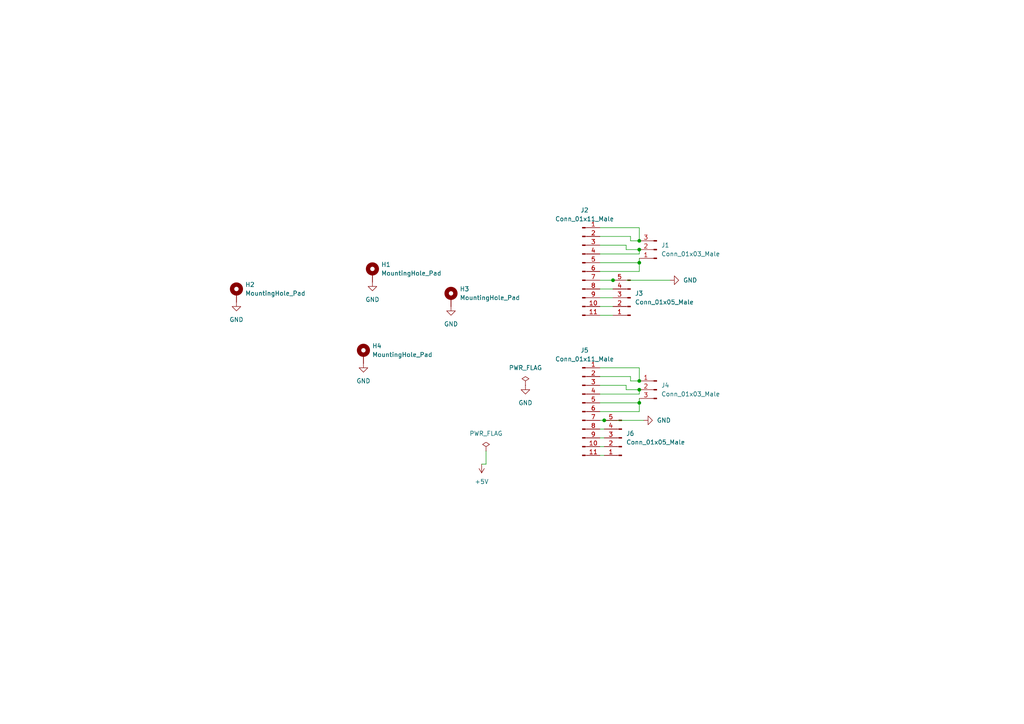
<source format=kicad_sch>
(kicad_sch (version 20211123) (generator eeschema)

  (uuid 638fc3ca-221f-4fe6-938c-659296377b89)

  (paper "A4")

  (lib_symbols
    (symbol "Connector:Conn_01x03_Male" (pin_names (offset 1.016) hide) (in_bom yes) (on_board yes)
      (property "Reference" "J" (id 0) (at 0 5.08 0)
        (effects (font (size 1.27 1.27)))
      )
      (property "Value" "Conn_01x03_Male" (id 1) (at 0 -5.08 0)
        (effects (font (size 1.27 1.27)))
      )
      (property "Footprint" "" (id 2) (at 0 0 0)
        (effects (font (size 1.27 1.27)) hide)
      )
      (property "Datasheet" "~" (id 3) (at 0 0 0)
        (effects (font (size 1.27 1.27)) hide)
      )
      (property "ki_keywords" "connector" (id 4) (at 0 0 0)
        (effects (font (size 1.27 1.27)) hide)
      )
      (property "ki_description" "Generic connector, single row, 01x03, script generated (kicad-library-utils/schlib/autogen/connector/)" (id 5) (at 0 0 0)
        (effects (font (size 1.27 1.27)) hide)
      )
      (property "ki_fp_filters" "Connector*:*_1x??_*" (id 6) (at 0 0 0)
        (effects (font (size 1.27 1.27)) hide)
      )
      (symbol "Conn_01x03_Male_1_1"
        (polyline
          (pts
            (xy 1.27 -2.54)
            (xy 0.8636 -2.54)
          )
          (stroke (width 0.1524) (type default) (color 0 0 0 0))
          (fill (type none))
        )
        (polyline
          (pts
            (xy 1.27 0)
            (xy 0.8636 0)
          )
          (stroke (width 0.1524) (type default) (color 0 0 0 0))
          (fill (type none))
        )
        (polyline
          (pts
            (xy 1.27 2.54)
            (xy 0.8636 2.54)
          )
          (stroke (width 0.1524) (type default) (color 0 0 0 0))
          (fill (type none))
        )
        (rectangle (start 0.8636 -2.413) (end 0 -2.667)
          (stroke (width 0.1524) (type default) (color 0 0 0 0))
          (fill (type outline))
        )
        (rectangle (start 0.8636 0.127) (end 0 -0.127)
          (stroke (width 0.1524) (type default) (color 0 0 0 0))
          (fill (type outline))
        )
        (rectangle (start 0.8636 2.667) (end 0 2.413)
          (stroke (width 0.1524) (type default) (color 0 0 0 0))
          (fill (type outline))
        )
        (pin passive line (at 5.08 2.54 180) (length 3.81)
          (name "Pin_1" (effects (font (size 1.27 1.27))))
          (number "1" (effects (font (size 1.27 1.27))))
        )
        (pin passive line (at 5.08 0 180) (length 3.81)
          (name "Pin_2" (effects (font (size 1.27 1.27))))
          (number "2" (effects (font (size 1.27 1.27))))
        )
        (pin passive line (at 5.08 -2.54 180) (length 3.81)
          (name "Pin_3" (effects (font (size 1.27 1.27))))
          (number "3" (effects (font (size 1.27 1.27))))
        )
      )
    )
    (symbol "Connector:Conn_01x05_Male" (pin_names (offset 1.016) hide) (in_bom yes) (on_board yes)
      (property "Reference" "J" (id 0) (at 0 7.62 0)
        (effects (font (size 1.27 1.27)))
      )
      (property "Value" "Conn_01x05_Male" (id 1) (at 0 -7.62 0)
        (effects (font (size 1.27 1.27)))
      )
      (property "Footprint" "" (id 2) (at 0 0 0)
        (effects (font (size 1.27 1.27)) hide)
      )
      (property "Datasheet" "~" (id 3) (at 0 0 0)
        (effects (font (size 1.27 1.27)) hide)
      )
      (property "ki_keywords" "connector" (id 4) (at 0 0 0)
        (effects (font (size 1.27 1.27)) hide)
      )
      (property "ki_description" "Generic connector, single row, 01x05, script generated (kicad-library-utils/schlib/autogen/connector/)" (id 5) (at 0 0 0)
        (effects (font (size 1.27 1.27)) hide)
      )
      (property "ki_fp_filters" "Connector*:*_1x??_*" (id 6) (at 0 0 0)
        (effects (font (size 1.27 1.27)) hide)
      )
      (symbol "Conn_01x05_Male_1_1"
        (polyline
          (pts
            (xy 1.27 -5.08)
            (xy 0.8636 -5.08)
          )
          (stroke (width 0.1524) (type default) (color 0 0 0 0))
          (fill (type none))
        )
        (polyline
          (pts
            (xy 1.27 -2.54)
            (xy 0.8636 -2.54)
          )
          (stroke (width 0.1524) (type default) (color 0 0 0 0))
          (fill (type none))
        )
        (polyline
          (pts
            (xy 1.27 0)
            (xy 0.8636 0)
          )
          (stroke (width 0.1524) (type default) (color 0 0 0 0))
          (fill (type none))
        )
        (polyline
          (pts
            (xy 1.27 2.54)
            (xy 0.8636 2.54)
          )
          (stroke (width 0.1524) (type default) (color 0 0 0 0))
          (fill (type none))
        )
        (polyline
          (pts
            (xy 1.27 5.08)
            (xy 0.8636 5.08)
          )
          (stroke (width 0.1524) (type default) (color 0 0 0 0))
          (fill (type none))
        )
        (rectangle (start 0.8636 -4.953) (end 0 -5.207)
          (stroke (width 0.1524) (type default) (color 0 0 0 0))
          (fill (type outline))
        )
        (rectangle (start 0.8636 -2.413) (end 0 -2.667)
          (stroke (width 0.1524) (type default) (color 0 0 0 0))
          (fill (type outline))
        )
        (rectangle (start 0.8636 0.127) (end 0 -0.127)
          (stroke (width 0.1524) (type default) (color 0 0 0 0))
          (fill (type outline))
        )
        (rectangle (start 0.8636 2.667) (end 0 2.413)
          (stroke (width 0.1524) (type default) (color 0 0 0 0))
          (fill (type outline))
        )
        (rectangle (start 0.8636 5.207) (end 0 4.953)
          (stroke (width 0.1524) (type default) (color 0 0 0 0))
          (fill (type outline))
        )
        (pin passive line (at 5.08 5.08 180) (length 3.81)
          (name "Pin_1" (effects (font (size 1.27 1.27))))
          (number "1" (effects (font (size 1.27 1.27))))
        )
        (pin passive line (at 5.08 2.54 180) (length 3.81)
          (name "Pin_2" (effects (font (size 1.27 1.27))))
          (number "2" (effects (font (size 1.27 1.27))))
        )
        (pin passive line (at 5.08 0 180) (length 3.81)
          (name "Pin_3" (effects (font (size 1.27 1.27))))
          (number "3" (effects (font (size 1.27 1.27))))
        )
        (pin passive line (at 5.08 -2.54 180) (length 3.81)
          (name "Pin_4" (effects (font (size 1.27 1.27))))
          (number "4" (effects (font (size 1.27 1.27))))
        )
        (pin passive line (at 5.08 -5.08 180) (length 3.81)
          (name "Pin_5" (effects (font (size 1.27 1.27))))
          (number "5" (effects (font (size 1.27 1.27))))
        )
      )
    )
    (symbol "Connector:Conn_01x11_Male" (pin_names (offset 1.016) hide) (in_bom yes) (on_board yes)
      (property "Reference" "J" (id 0) (at 0 15.24 0)
        (effects (font (size 1.27 1.27)))
      )
      (property "Value" "Conn_01x11_Male" (id 1) (at 0 -15.24 0)
        (effects (font (size 1.27 1.27)))
      )
      (property "Footprint" "" (id 2) (at 0 0 0)
        (effects (font (size 1.27 1.27)) hide)
      )
      (property "Datasheet" "~" (id 3) (at 0 0 0)
        (effects (font (size 1.27 1.27)) hide)
      )
      (property "ki_keywords" "connector" (id 4) (at 0 0 0)
        (effects (font (size 1.27 1.27)) hide)
      )
      (property "ki_description" "Generic connector, single row, 01x11, script generated (kicad-library-utils/schlib/autogen/connector/)" (id 5) (at 0 0 0)
        (effects (font (size 1.27 1.27)) hide)
      )
      (property "ki_fp_filters" "Connector*:*_1x??_*" (id 6) (at 0 0 0)
        (effects (font (size 1.27 1.27)) hide)
      )
      (symbol "Conn_01x11_Male_1_1"
        (polyline
          (pts
            (xy 1.27 -12.7)
            (xy 0.8636 -12.7)
          )
          (stroke (width 0.1524) (type default) (color 0 0 0 0))
          (fill (type none))
        )
        (polyline
          (pts
            (xy 1.27 -10.16)
            (xy 0.8636 -10.16)
          )
          (stroke (width 0.1524) (type default) (color 0 0 0 0))
          (fill (type none))
        )
        (polyline
          (pts
            (xy 1.27 -7.62)
            (xy 0.8636 -7.62)
          )
          (stroke (width 0.1524) (type default) (color 0 0 0 0))
          (fill (type none))
        )
        (polyline
          (pts
            (xy 1.27 -5.08)
            (xy 0.8636 -5.08)
          )
          (stroke (width 0.1524) (type default) (color 0 0 0 0))
          (fill (type none))
        )
        (polyline
          (pts
            (xy 1.27 -2.54)
            (xy 0.8636 -2.54)
          )
          (stroke (width 0.1524) (type default) (color 0 0 0 0))
          (fill (type none))
        )
        (polyline
          (pts
            (xy 1.27 0)
            (xy 0.8636 0)
          )
          (stroke (width 0.1524) (type default) (color 0 0 0 0))
          (fill (type none))
        )
        (polyline
          (pts
            (xy 1.27 2.54)
            (xy 0.8636 2.54)
          )
          (stroke (width 0.1524) (type default) (color 0 0 0 0))
          (fill (type none))
        )
        (polyline
          (pts
            (xy 1.27 5.08)
            (xy 0.8636 5.08)
          )
          (stroke (width 0.1524) (type default) (color 0 0 0 0))
          (fill (type none))
        )
        (polyline
          (pts
            (xy 1.27 7.62)
            (xy 0.8636 7.62)
          )
          (stroke (width 0.1524) (type default) (color 0 0 0 0))
          (fill (type none))
        )
        (polyline
          (pts
            (xy 1.27 10.16)
            (xy 0.8636 10.16)
          )
          (stroke (width 0.1524) (type default) (color 0 0 0 0))
          (fill (type none))
        )
        (polyline
          (pts
            (xy 1.27 12.7)
            (xy 0.8636 12.7)
          )
          (stroke (width 0.1524) (type default) (color 0 0 0 0))
          (fill (type none))
        )
        (rectangle (start 0.8636 -12.573) (end 0 -12.827)
          (stroke (width 0.1524) (type default) (color 0 0 0 0))
          (fill (type outline))
        )
        (rectangle (start 0.8636 -10.033) (end 0 -10.287)
          (stroke (width 0.1524) (type default) (color 0 0 0 0))
          (fill (type outline))
        )
        (rectangle (start 0.8636 -7.493) (end 0 -7.747)
          (stroke (width 0.1524) (type default) (color 0 0 0 0))
          (fill (type outline))
        )
        (rectangle (start 0.8636 -4.953) (end 0 -5.207)
          (stroke (width 0.1524) (type default) (color 0 0 0 0))
          (fill (type outline))
        )
        (rectangle (start 0.8636 -2.413) (end 0 -2.667)
          (stroke (width 0.1524) (type default) (color 0 0 0 0))
          (fill (type outline))
        )
        (rectangle (start 0.8636 0.127) (end 0 -0.127)
          (stroke (width 0.1524) (type default) (color 0 0 0 0))
          (fill (type outline))
        )
        (rectangle (start 0.8636 2.667) (end 0 2.413)
          (stroke (width 0.1524) (type default) (color 0 0 0 0))
          (fill (type outline))
        )
        (rectangle (start 0.8636 5.207) (end 0 4.953)
          (stroke (width 0.1524) (type default) (color 0 0 0 0))
          (fill (type outline))
        )
        (rectangle (start 0.8636 7.747) (end 0 7.493)
          (stroke (width 0.1524) (type default) (color 0 0 0 0))
          (fill (type outline))
        )
        (rectangle (start 0.8636 10.287) (end 0 10.033)
          (stroke (width 0.1524) (type default) (color 0 0 0 0))
          (fill (type outline))
        )
        (rectangle (start 0.8636 12.827) (end 0 12.573)
          (stroke (width 0.1524) (type default) (color 0 0 0 0))
          (fill (type outline))
        )
        (pin passive line (at 5.08 12.7 180) (length 3.81)
          (name "Pin_1" (effects (font (size 1.27 1.27))))
          (number "1" (effects (font (size 1.27 1.27))))
        )
        (pin passive line (at 5.08 -10.16 180) (length 3.81)
          (name "Pin_10" (effects (font (size 1.27 1.27))))
          (number "10" (effects (font (size 1.27 1.27))))
        )
        (pin passive line (at 5.08 -12.7 180) (length 3.81)
          (name "Pin_11" (effects (font (size 1.27 1.27))))
          (number "11" (effects (font (size 1.27 1.27))))
        )
        (pin passive line (at 5.08 10.16 180) (length 3.81)
          (name "Pin_2" (effects (font (size 1.27 1.27))))
          (number "2" (effects (font (size 1.27 1.27))))
        )
        (pin passive line (at 5.08 7.62 180) (length 3.81)
          (name "Pin_3" (effects (font (size 1.27 1.27))))
          (number "3" (effects (font (size 1.27 1.27))))
        )
        (pin passive line (at 5.08 5.08 180) (length 3.81)
          (name "Pin_4" (effects (font (size 1.27 1.27))))
          (number "4" (effects (font (size 1.27 1.27))))
        )
        (pin passive line (at 5.08 2.54 180) (length 3.81)
          (name "Pin_5" (effects (font (size 1.27 1.27))))
          (number "5" (effects (font (size 1.27 1.27))))
        )
        (pin passive line (at 5.08 0 180) (length 3.81)
          (name "Pin_6" (effects (font (size 1.27 1.27))))
          (number "6" (effects (font (size 1.27 1.27))))
        )
        (pin passive line (at 5.08 -2.54 180) (length 3.81)
          (name "Pin_7" (effects (font (size 1.27 1.27))))
          (number "7" (effects (font (size 1.27 1.27))))
        )
        (pin passive line (at 5.08 -5.08 180) (length 3.81)
          (name "Pin_8" (effects (font (size 1.27 1.27))))
          (number "8" (effects (font (size 1.27 1.27))))
        )
        (pin passive line (at 5.08 -7.62 180) (length 3.81)
          (name "Pin_9" (effects (font (size 1.27 1.27))))
          (number "9" (effects (font (size 1.27 1.27))))
        )
      )
    )
    (symbol "Mechanical:MountingHole_Pad" (pin_numbers hide) (pin_names (offset 1.016) hide) (in_bom yes) (on_board yes)
      (property "Reference" "H" (id 0) (at 0 6.35 0)
        (effects (font (size 1.27 1.27)))
      )
      (property "Value" "MountingHole_Pad" (id 1) (at 0 4.445 0)
        (effects (font (size 1.27 1.27)))
      )
      (property "Footprint" "" (id 2) (at 0 0 0)
        (effects (font (size 1.27 1.27)) hide)
      )
      (property "Datasheet" "~" (id 3) (at 0 0 0)
        (effects (font (size 1.27 1.27)) hide)
      )
      (property "ki_keywords" "mounting hole" (id 4) (at 0 0 0)
        (effects (font (size 1.27 1.27)) hide)
      )
      (property "ki_description" "Mounting Hole with connection" (id 5) (at 0 0 0)
        (effects (font (size 1.27 1.27)) hide)
      )
      (property "ki_fp_filters" "MountingHole*Pad*" (id 6) (at 0 0 0)
        (effects (font (size 1.27 1.27)) hide)
      )
      (symbol "MountingHole_Pad_0_1"
        (circle (center 0 1.27) (radius 1.27)
          (stroke (width 1.27) (type default) (color 0 0 0 0))
          (fill (type none))
        )
      )
      (symbol "MountingHole_Pad_1_1"
        (pin input line (at 0 -2.54 90) (length 2.54)
          (name "1" (effects (font (size 1.27 1.27))))
          (number "1" (effects (font (size 1.27 1.27))))
        )
      )
    )
    (symbol "power:+5V" (power) (pin_names (offset 0)) (in_bom yes) (on_board yes)
      (property "Reference" "#PWR" (id 0) (at 0 -3.81 0)
        (effects (font (size 1.27 1.27)) hide)
      )
      (property "Value" "+5V" (id 1) (at 0 3.556 0)
        (effects (font (size 1.27 1.27)))
      )
      (property "Footprint" "" (id 2) (at 0 0 0)
        (effects (font (size 1.27 1.27)) hide)
      )
      (property "Datasheet" "" (id 3) (at 0 0 0)
        (effects (font (size 1.27 1.27)) hide)
      )
      (property "ki_keywords" "power-flag" (id 4) (at 0 0 0)
        (effects (font (size 1.27 1.27)) hide)
      )
      (property "ki_description" "Power symbol creates a global label with name \"+5V\"" (id 5) (at 0 0 0)
        (effects (font (size 1.27 1.27)) hide)
      )
      (symbol "+5V_0_1"
        (polyline
          (pts
            (xy -0.762 1.27)
            (xy 0 2.54)
          )
          (stroke (width 0) (type default) (color 0 0 0 0))
          (fill (type none))
        )
        (polyline
          (pts
            (xy 0 0)
            (xy 0 2.54)
          )
          (stroke (width 0) (type default) (color 0 0 0 0))
          (fill (type none))
        )
        (polyline
          (pts
            (xy 0 2.54)
            (xy 0.762 1.27)
          )
          (stroke (width 0) (type default) (color 0 0 0 0))
          (fill (type none))
        )
      )
      (symbol "+5V_1_1"
        (pin power_in line (at 0 0 90) (length 0) hide
          (name "+5V" (effects (font (size 1.27 1.27))))
          (number "1" (effects (font (size 1.27 1.27))))
        )
      )
    )
    (symbol "power:GND" (power) (pin_names (offset 0)) (in_bom yes) (on_board yes)
      (property "Reference" "#PWR" (id 0) (at 0 -6.35 0)
        (effects (font (size 1.27 1.27)) hide)
      )
      (property "Value" "GND" (id 1) (at 0 -3.81 0)
        (effects (font (size 1.27 1.27)))
      )
      (property "Footprint" "" (id 2) (at 0 0 0)
        (effects (font (size 1.27 1.27)) hide)
      )
      (property "Datasheet" "" (id 3) (at 0 0 0)
        (effects (font (size 1.27 1.27)) hide)
      )
      (property "ki_keywords" "power-flag" (id 4) (at 0 0 0)
        (effects (font (size 1.27 1.27)) hide)
      )
      (property "ki_description" "Power symbol creates a global label with name \"GND\" , ground" (id 5) (at 0 0 0)
        (effects (font (size 1.27 1.27)) hide)
      )
      (symbol "GND_0_1"
        (polyline
          (pts
            (xy 0 0)
            (xy 0 -1.27)
            (xy 1.27 -1.27)
            (xy 0 -2.54)
            (xy -1.27 -1.27)
            (xy 0 -1.27)
          )
          (stroke (width 0) (type default) (color 0 0 0 0))
          (fill (type none))
        )
      )
      (symbol "GND_1_1"
        (pin power_in line (at 0 0 270) (length 0) hide
          (name "GND" (effects (font (size 1.27 1.27))))
          (number "1" (effects (font (size 1.27 1.27))))
        )
      )
    )
    (symbol "power:PWR_FLAG" (power) (pin_numbers hide) (pin_names (offset 0) hide) (in_bom yes) (on_board yes)
      (property "Reference" "#FLG" (id 0) (at 0 1.905 0)
        (effects (font (size 1.27 1.27)) hide)
      )
      (property "Value" "PWR_FLAG" (id 1) (at 0 3.81 0)
        (effects (font (size 1.27 1.27)))
      )
      (property "Footprint" "" (id 2) (at 0 0 0)
        (effects (font (size 1.27 1.27)) hide)
      )
      (property "Datasheet" "~" (id 3) (at 0 0 0)
        (effects (font (size 1.27 1.27)) hide)
      )
      (property "ki_keywords" "power-flag" (id 4) (at 0 0 0)
        (effects (font (size 1.27 1.27)) hide)
      )
      (property "ki_description" "Special symbol for telling ERC where power comes from" (id 5) (at 0 0 0)
        (effects (font (size 1.27 1.27)) hide)
      )
      (symbol "PWR_FLAG_0_0"
        (pin power_out line (at 0 0 90) (length 0)
          (name "pwr" (effects (font (size 1.27 1.27))))
          (number "1" (effects (font (size 1.27 1.27))))
        )
      )
      (symbol "PWR_FLAG_0_1"
        (polyline
          (pts
            (xy 0 0)
            (xy 0 1.27)
            (xy -1.016 1.905)
            (xy 0 2.54)
            (xy 1.016 1.905)
            (xy 0 1.27)
          )
          (stroke (width 0) (type default) (color 0 0 0 0))
          (fill (type none))
        )
      )
    )
  )

  (junction (at 185.42 116.84) (diameter 0) (color 0 0 0 0)
    (uuid 058a0552-7c92-44a7-9f4c-91c690ba9a67)
  )
  (junction (at 185.42 113.03) (diameter 0) (color 0 0 0 0)
    (uuid 2cb0b4d0-b07c-4579-9434-7c4545dd4c32)
  )
  (junction (at 175.26 121.92) (diameter 0) (color 0 0 0 0)
    (uuid 32b7f6f7-61c5-4d35-aab9-df43efa0255d)
  )
  (junction (at 185.42 72.39) (diameter 0) (color 0 0 0 0)
    (uuid 7c47fb8a-5b59-46e4-b3f9-b3b3d972b3c9)
  )
  (junction (at 177.8 81.28) (diameter 0) (color 0 0 0 0)
    (uuid b0782c52-4c30-434d-a3b0-b19a5a76f7a6)
  )
  (junction (at 185.42 69.85) (diameter 0) (color 0 0 0 0)
    (uuid b0b275f3-2272-4f1c-b09b-70e0cedf3ef1)
  )
  (junction (at 185.42 110.49) (diameter 0) (color 0 0 0 0)
    (uuid d474488b-b928-47d5-aa1f-81304c53b364)
  )
  (junction (at 185.42 76.2) (diameter 0) (color 0 0 0 0)
    (uuid e46e03e1-9447-4e38-accd-f0ee3b8d1e26)
  )

  (wire (pts (xy 140.97 134.62) (xy 139.7 134.62))
    (stroke (width 0) (type default) (color 0 0 0 0))
    (uuid 0285415c-a3a0-4e43-ac89-9f8390d1689f)
  )
  (wire (pts (xy 185.42 116.84) (xy 185.42 115.57))
    (stroke (width 0) (type default) (color 0 0 0 0))
    (uuid 0682b1e7-701f-4c59-94ab-6dc42b6a869a)
  )
  (wire (pts (xy 181.61 72.39) (xy 185.42 72.39))
    (stroke (width 0) (type default) (color 0 0 0 0))
    (uuid 22ba4481-276b-450d-b69e-8e60cfa3579e)
  )
  (wire (pts (xy 173.99 119.38) (xy 185.42 119.38))
    (stroke (width 0) (type default) (color 0 0 0 0))
    (uuid 240df932-1a4a-404c-9e21-a868f0a22dc4)
  )
  (wire (pts (xy 175.26 132.08) (xy 173.99 132.08))
    (stroke (width 0) (type default) (color 0 0 0 0))
    (uuid 26222dfa-96ac-4030-9334-b5ca5779b33c)
  )
  (wire (pts (xy 175.26 129.54) (xy 173.99 129.54))
    (stroke (width 0) (type default) (color 0 0 0 0))
    (uuid 26f066d0-1191-4998-a9fd-9d382a89338f)
  )
  (wire (pts (xy 173.99 68.58) (xy 182.88 68.58))
    (stroke (width 0) (type default) (color 0 0 0 0))
    (uuid 27f57ee7-aae4-4864-9b98-925fb4753905)
  )
  (wire (pts (xy 177.8 88.9) (xy 173.99 88.9))
    (stroke (width 0) (type default) (color 0 0 0 0))
    (uuid 2d15b6a9-0844-49d3-a828-1630ed8f2a51)
  )
  (wire (pts (xy 185.42 106.68) (xy 185.42 110.49))
    (stroke (width 0) (type default) (color 0 0 0 0))
    (uuid 2e1394a3-4046-4039-9cb5-36597616a514)
  )
  (wire (pts (xy 185.42 78.74) (xy 185.42 76.2))
    (stroke (width 0) (type default) (color 0 0 0 0))
    (uuid 3e049860-da06-4148-b49a-d1a7cfd6fc64)
  )
  (wire (pts (xy 181.61 111.76) (xy 181.61 113.03))
    (stroke (width 0) (type default) (color 0 0 0 0))
    (uuid 4471875b-2000-48b8-b20c-a26cc31c4f07)
  )
  (wire (pts (xy 173.99 71.12) (xy 181.61 71.12))
    (stroke (width 0) (type default) (color 0 0 0 0))
    (uuid 47495461-6c4d-4caf-8de5-bd44d79dc8dc)
  )
  (wire (pts (xy 185.42 72.39) (xy 185.42 73.66))
    (stroke (width 0) (type default) (color 0 0 0 0))
    (uuid 5233ee5f-f5c3-473c-acd8-076618e3c80b)
  )
  (wire (pts (xy 173.99 78.74) (xy 185.42 78.74))
    (stroke (width 0) (type default) (color 0 0 0 0))
    (uuid 54a8f62a-6f13-4804-b95f-a5c1393170f6)
  )
  (wire (pts (xy 177.8 86.36) (xy 173.99 86.36))
    (stroke (width 0) (type default) (color 0 0 0 0))
    (uuid 5511d58c-d0b6-4c47-a302-8528a7259722)
  )
  (wire (pts (xy 173.99 91.44) (xy 177.8 91.44))
    (stroke (width 0) (type default) (color 0 0 0 0))
    (uuid 58156091-7ed3-4c42-a891-b3ed5551eb73)
  )
  (wire (pts (xy 185.42 113.03) (xy 185.42 114.3))
    (stroke (width 0) (type default) (color 0 0 0 0))
    (uuid 61def5e1-abf0-49c3-93d9-aa6d33761b75)
  )
  (wire (pts (xy 173.99 66.04) (xy 185.42 66.04))
    (stroke (width 0) (type default) (color 0 0 0 0))
    (uuid 61e73e01-a55c-45f9-9628-8b68a56240e3)
  )
  (wire (pts (xy 177.8 83.82) (xy 173.99 83.82))
    (stroke (width 0) (type default) (color 0 0 0 0))
    (uuid 6f83ba81-4753-4003-955f-b70400e734f0)
  )
  (wire (pts (xy 185.42 66.04) (xy 185.42 69.85))
    (stroke (width 0) (type default) (color 0 0 0 0))
    (uuid 73662542-463b-4300-9c45-fc4b9741bc9d)
  )
  (wire (pts (xy 175.26 124.46) (xy 173.99 124.46))
    (stroke (width 0) (type default) (color 0 0 0 0))
    (uuid 79d64a8f-2a16-485e-aad4-70497f257dbe)
  )
  (wire (pts (xy 175.26 127) (xy 173.99 127))
    (stroke (width 0) (type default) (color 0 0 0 0))
    (uuid 83d5dffa-c34f-472c-99b8-dee27525d671)
  )
  (wire (pts (xy 173.99 81.28) (xy 177.8 81.28))
    (stroke (width 0) (type default) (color 0 0 0 0))
    (uuid 88fdad61-6501-4561-9b98-cf454d340074)
  )
  (wire (pts (xy 173.99 121.92) (xy 175.26 121.92))
    (stroke (width 0) (type default) (color 0 0 0 0))
    (uuid 8b3e8257-3964-40a9-b1d5-127015a17482)
  )
  (wire (pts (xy 173.99 111.76) (xy 181.61 111.76))
    (stroke (width 0) (type default) (color 0 0 0 0))
    (uuid 8c2334b9-3bae-4348-81dd-f61de7909d23)
  )
  (wire (pts (xy 181.61 71.12) (xy 181.61 72.39))
    (stroke (width 0) (type default) (color 0 0 0 0))
    (uuid 90a58ac4-3a30-450c-8e97-7a319c8c565d)
  )
  (wire (pts (xy 173.99 76.2) (xy 185.42 76.2))
    (stroke (width 0) (type default) (color 0 0 0 0))
    (uuid 940e48e6-dcaf-4e60-8df0-e3a0c58dd5aa)
  )
  (wire (pts (xy 185.42 119.38) (xy 185.42 116.84))
    (stroke (width 0) (type default) (color 0 0 0 0))
    (uuid 9e1747fd-cd9c-4ab0-b369-0f65375deba8)
  )
  (wire (pts (xy 185.42 76.2) (xy 185.42 74.93))
    (stroke (width 0) (type default) (color 0 0 0 0))
    (uuid a63c9bd0-5e7d-44b1-bd0d-40c2b8eadbea)
  )
  (wire (pts (xy 173.99 73.66) (xy 185.42 73.66))
    (stroke (width 0) (type default) (color 0 0 0 0))
    (uuid a702ae7f-ce72-4738-8958-81e6aa2642ee)
  )
  (wire (pts (xy 182.88 109.22) (xy 182.88 110.49))
    (stroke (width 0) (type default) (color 0 0 0 0))
    (uuid a7e8e254-276e-4310-931b-d1ab7c1b5a11)
  )
  (wire (pts (xy 173.99 109.22) (xy 182.88 109.22))
    (stroke (width 0) (type default) (color 0 0 0 0))
    (uuid a9654b96-2ca3-4234-8c55-115199575db2)
  )
  (wire (pts (xy 173.99 116.84) (xy 185.42 116.84))
    (stroke (width 0) (type default) (color 0 0 0 0))
    (uuid b00c3585-7955-4e53-8a51-585d32dd0b45)
  )
  (wire (pts (xy 182.88 68.58) (xy 182.88 69.85))
    (stroke (width 0) (type default) (color 0 0 0 0))
    (uuid b688830f-e518-4454-b611-3b6b90812b2d)
  )
  (wire (pts (xy 173.99 106.68) (xy 185.42 106.68))
    (stroke (width 0) (type default) (color 0 0 0 0))
    (uuid b7a110ec-f16a-445f-9e66-1c84a864344a)
  )
  (wire (pts (xy 182.88 110.49) (xy 185.42 110.49))
    (stroke (width 0) (type default) (color 0 0 0 0))
    (uuid c9f8eb13-e3c1-4c73-8b0b-d71e2e5ea62b)
  )
  (wire (pts (xy 177.8 81.28) (xy 194.31 81.28))
    (stroke (width 0) (type default) (color 0 0 0 0))
    (uuid cb4e7b8f-0229-4663-ab67-ee376e8a0af0)
  )
  (wire (pts (xy 140.97 130.81) (xy 140.97 134.62))
    (stroke (width 0) (type default) (color 0 0 0 0))
    (uuid cfc4eae1-a657-448b-b8cd-aa844bb120fe)
  )
  (wire (pts (xy 173.99 114.3) (xy 185.42 114.3))
    (stroke (width 0) (type default) (color 0 0 0 0))
    (uuid d0a642e7-23d9-4607-b378-a9641c57f8c5)
  )
  (wire (pts (xy 182.88 69.85) (xy 185.42 69.85))
    (stroke (width 0) (type default) (color 0 0 0 0))
    (uuid d4254a22-ad5a-415e-a089-4787e93a7ce9)
  )
  (wire (pts (xy 175.26 121.92) (xy 186.69 121.92))
    (stroke (width 0) (type default) (color 0 0 0 0))
    (uuid ebc33738-7cc8-4911-ae30-62d154e5deaf)
  )
  (wire (pts (xy 181.61 113.03) (xy 185.42 113.03))
    (stroke (width 0) (type default) (color 0 0 0 0))
    (uuid fe1f9de3-b2a5-43f5-8479-be465ebb886e)
  )

  (symbol (lib_id "power:GND") (at 105.41 105.41 0) (unit 1)
    (in_bom yes) (on_board yes) (fields_autoplaced)
    (uuid 1c70777e-d9fa-43d9-870c-6b58f53996bc)
    (property "Reference" "#PWR06" (id 0) (at 105.41 111.76 0)
      (effects (font (size 1.27 1.27)) hide)
    )
    (property "Value" "GND" (id 1) (at 105.41 110.49 0))
    (property "Footprint" "" (id 2) (at 105.41 105.41 0)
      (effects (font (size 1.27 1.27)) hide)
    )
    (property "Datasheet" "" (id 3) (at 105.41 105.41 0)
      (effects (font (size 1.27 1.27)) hide)
    )
    (pin "1" (uuid fc60aa12-6208-427a-98c6-521083a7d446))
  )

  (symbol (lib_id "Connector:Conn_01x03_Male") (at 190.5 113.03 0) (mirror y) (unit 1)
    (in_bom yes) (on_board yes) (fields_autoplaced)
    (uuid 274c719e-0366-4a94-90b6-376201928fe2)
    (property "Reference" "J4" (id 0) (at 191.77 111.7599 0)
      (effects (font (size 1.27 1.27)) (justify right))
    )
    (property "Value" "Conn_01x03_Male" (id 1) (at 191.77 114.2999 0)
      (effects (font (size 1.27 1.27)) (justify right))
    )
    (property "Footprint" "Conn mot block:CUI_TBP02R1-381-03BE" (id 2) (at 190.5 113.03 0)
      (effects (font (size 1.27 1.27)) hide)
    )
    (property "Datasheet" "~" (id 3) (at 190.5 113.03 0)
      (effects (font (size 1.27 1.27)) hide)
    )
    (pin "1" (uuid 7a6eb077-7630-4668-b861-96cc0efdb1e3))
    (pin "2" (uuid 5ff4d629-fffe-473e-b4df-6b377cda7e17))
    (pin "3" (uuid 1eeb3580-9c18-4154-ae35-82848fc04e08))
  )

  (symbol (lib_id "power:GND") (at 108.0198 81.8066 0) (unit 1)
    (in_bom yes) (on_board yes) (fields_autoplaced)
    (uuid 2b0b44c8-e163-47c7-966b-8cee358fc962)
    (property "Reference" "#PWR02" (id 0) (at 108.0198 88.1566 0)
      (effects (font (size 1.27 1.27)) hide)
    )
    (property "Value" "GND" (id 1) (at 108.0198 86.8866 0))
    (property "Footprint" "" (id 2) (at 108.0198 81.8066 0)
      (effects (font (size 1.27 1.27)) hide)
    )
    (property "Datasheet" "" (id 3) (at 108.0198 81.8066 0)
      (effects (font (size 1.27 1.27)) hide)
    )
    (pin "1" (uuid 254129c8-c3ba-4e09-8faa-ada0fe6b8232))
  )

  (symbol (lib_id "power:GND") (at 194.31 81.28 90) (unit 1)
    (in_bom yes) (on_board yes) (fields_autoplaced)
    (uuid 2dc02a15-8912-4432-9747-7e0e9dae9001)
    (property "Reference" "#PWR01" (id 0) (at 200.66 81.28 0)
      (effects (font (size 1.27 1.27)) hide)
    )
    (property "Value" "GND" (id 1) (at 198.12 81.2799 90)
      (effects (font (size 1.27 1.27)) (justify right))
    )
    (property "Footprint" "" (id 2) (at 194.31 81.28 0)
      (effects (font (size 1.27 1.27)) hide)
    )
    (property "Datasheet" "" (id 3) (at 194.31 81.28 0)
      (effects (font (size 1.27 1.27)) hide)
    )
    (pin "1" (uuid 04823630-83ee-43ed-a1f0-dbfd37960489))
  )

  (symbol (lib_id "power:GND") (at 68.58 87.63 0) (unit 1)
    (in_bom yes) (on_board yes) (fields_autoplaced)
    (uuid 33853f7a-699c-409b-a4fe-905430807c89)
    (property "Reference" "#PWR03" (id 0) (at 68.58 93.98 0)
      (effects (font (size 1.27 1.27)) hide)
    )
    (property "Value" "GND" (id 1) (at 68.58 92.71 0))
    (property "Footprint" "" (id 2) (at 68.58 87.63 0)
      (effects (font (size 1.27 1.27)) hide)
    )
    (property "Datasheet" "" (id 3) (at 68.58 87.63 0)
      (effects (font (size 1.27 1.27)) hide)
    )
    (pin "1" (uuid 1861b61a-4507-4211-932d-c626a6973160))
  )

  (symbol (lib_id "power:GND") (at 152.4 111.76 0) (unit 1)
    (in_bom yes) (on_board yes) (fields_autoplaced)
    (uuid 37ae7b55-d84b-49bf-a19f-cf9adb07c141)
    (property "Reference" "#PWR07" (id 0) (at 152.4 118.11 0)
      (effects (font (size 1.27 1.27)) hide)
    )
    (property "Value" "GND" (id 1) (at 152.4 116.84 0))
    (property "Footprint" "" (id 2) (at 152.4 111.76 0)
      (effects (font (size 1.27 1.27)) hide)
    )
    (property "Datasheet" "" (id 3) (at 152.4 111.76 0)
      (effects (font (size 1.27 1.27)) hide)
    )
    (pin "1" (uuid e24e9f32-9c5e-4dd4-8833-91a4f2dd7c4b))
  )

  (symbol (lib_id "Mechanical:MountingHole_Pad") (at 105.41 102.87 0) (unit 1)
    (in_bom yes) (on_board yes) (fields_autoplaced)
    (uuid 39dca176-5b8c-49e1-89c8-eb9fa79d863f)
    (property "Reference" "H4" (id 0) (at 107.95 100.3299 0)
      (effects (font (size 1.27 1.27)) (justify left))
    )
    (property "Value" "MountingHole_Pad" (id 1) (at 107.95 102.8699 0)
      (effects (font (size 1.27 1.27)) (justify left))
    )
    (property "Footprint" "MountingHole:MountingHole_3.2mm_M3_Pad_Via" (id 2) (at 105.41 102.87 0)
      (effects (font (size 1.27 1.27)) hide)
    )
    (property "Datasheet" "~" (id 3) (at 105.41 102.87 0)
      (effects (font (size 1.27 1.27)) hide)
    )
    (pin "1" (uuid 45c3c314-9021-49ea-9e22-398c8c7ae0c4))
  )

  (symbol (lib_id "Connector:Conn_01x11_Male") (at 168.91 119.38 0) (unit 1)
    (in_bom yes) (on_board yes) (fields_autoplaced)
    (uuid 47de04af-1980-4005-8f7d-9dde8a1a0030)
    (property "Reference" "J5" (id 0) (at 169.545 101.6 0))
    (property "Value" "Conn_01x11_Male" (id 1) (at 169.545 104.14 0))
    (property "Footprint" "Conn moteur:Molex-52610-1133" (id 2) (at 168.91 119.38 0)
      (effects (font (size 1.27 1.27)) hide)
    )
    (property "Datasheet" "~" (id 3) (at 168.91 119.38 0)
      (effects (font (size 1.27 1.27)) hide)
    )
    (pin "1" (uuid 852b274b-5e0e-4a8e-add2-494ff886846b))
    (pin "10" (uuid 58b8df30-81d5-403c-a60e-63a92d5ff41b))
    (pin "11" (uuid 93b582c8-80fa-4a3f-95f5-fe48f8d2c2e8))
    (pin "2" (uuid f7860e6f-e469-4171-8980-e06ee1b20304))
    (pin "3" (uuid f88d4eac-f083-4f64-9185-c63f0e645723))
    (pin "4" (uuid a4de21a0-f3df-4ebe-8f7e-ce6df8e11cd6))
    (pin "5" (uuid 437cfbb0-0d06-4652-a116-dca0cfc43855))
    (pin "6" (uuid 1bf987ad-838a-47c3-a790-ccfd236697ce))
    (pin "7" (uuid 209be3f0-ec0e-4d70-aaf1-cc05b95ce8b9))
    (pin "8" (uuid 16aa5814-8800-4e92-a2ff-ab05042e2368))
    (pin "9" (uuid ae72279b-1664-4c13-8860-97dc6395a6ba))
  )

  (symbol (lib_id "Mechanical:MountingHole_Pad") (at 68.58 85.09 0) (unit 1)
    (in_bom yes) (on_board yes) (fields_autoplaced)
    (uuid 4f9ed854-2136-46b4-81c0-30c4c10c1345)
    (property "Reference" "H2" (id 0) (at 71.12 82.5499 0)
      (effects (font (size 1.27 1.27)) (justify left))
    )
    (property "Value" "MountingHole_Pad" (id 1) (at 71.12 85.0899 0)
      (effects (font (size 1.27 1.27)) (justify left))
    )
    (property "Footprint" "MountingHole:MountingHole_3.2mm_M3_Pad_Via" (id 2) (at 68.58 85.09 0)
      (effects (font (size 1.27 1.27)) hide)
    )
    (property "Datasheet" "" (id 3) (at 68.58 85.09 0)
      (effects (font (size 1.27 1.27)) hide)
    )
    (property "Datasheet" "~" (id 4) (at 68.58 85.09 0)
      (effects (font (size 1.27 1.27)) hide)
    )
    (property "Footprint" "MountingHole:MountingHole_3.2mm_M3_Pad_Via" (id 5) (at 68.58 85.09 0)
      (effects (font (size 1.27 1.27)) hide)
    )
    (property "Reference" "H?" (id 6) (at 68.58 85.09 0)
      (effects (font (size 1.27 1.27)) hide)
    )
    (property "Value" "MountingHole_Pad" (id 7) (at 68.58 85.09 0)
      (effects (font (size 1.27 1.27)) hide)
    )
    (pin "1" (uuid 289907ac-b69b-4103-a32c-ea7e37e0d6e4))
  )

  (symbol (lib_id "power:GND") (at 186.69 121.92 90) (unit 1)
    (in_bom yes) (on_board yes) (fields_autoplaced)
    (uuid 6b1b8984-8177-494d-9240-28a8c487e648)
    (property "Reference" "#PWR08" (id 0) (at 193.04 121.92 0)
      (effects (font (size 1.27 1.27)) hide)
    )
    (property "Value" "GND" (id 1) (at 190.5 121.9199 90)
      (effects (font (size 1.27 1.27)) (justify right))
    )
    (property "Footprint" "" (id 2) (at 186.69 121.92 0)
      (effects (font (size 1.27 1.27)) hide)
    )
    (property "Datasheet" "" (id 3) (at 186.69 121.92 0)
      (effects (font (size 1.27 1.27)) hide)
    )
    (pin "1" (uuid 7216cc00-bada-4169-ab1a-80c5d7810dba))
  )

  (symbol (lib_id "Connector:Conn_01x05_Male") (at 182.88 86.36 180) (unit 1)
    (in_bom yes) (on_board yes) (fields_autoplaced)
    (uuid 7952d3d5-576e-419d-97d7-451258522135)
    (property "Reference" "J3" (id 0) (at 184.15 85.0899 0)
      (effects (font (size 1.27 1.27)) (justify right))
    )
    (property "Value" "Conn_01x05_Male" (id 1) (at 184.15 87.6299 0)
      (effects (font (size 1.27 1.27)) (justify right))
    )
    (property "Footprint" "Conn mot block:CUI_TBP02R1-381-05BE" (id 2) (at 182.88 86.36 0)
      (effects (font (size 1.27 1.27)) hide)
    )
    (property "Datasheet" "~" (id 3) (at 182.88 86.36 0)
      (effects (font (size 1.27 1.27)) hide)
    )
    (pin "1" (uuid 73801436-12da-471e-b023-ed45f7e4fcd9))
    (pin "2" (uuid 765346e7-7347-4c23-bd42-8faa9066b499))
    (pin "3" (uuid 1ca4ade8-11bd-46d6-bc3e-6245b3d10e16))
    (pin "4" (uuid b8ab0ebc-a7ad-4e8b-a56e-f38fc324a304))
    (pin "5" (uuid 00711975-e060-449c-86b2-41ee692d00a8))
  )

  (symbol (lib_id "Connector:Conn_01x11_Male") (at 168.91 78.74 0) (unit 1)
    (in_bom yes) (on_board yes) (fields_autoplaced)
    (uuid 8201cd89-ce52-4ce1-93a8-84ae4ff2a9e0)
    (property "Reference" "J2" (id 0) (at 169.545 60.96 0))
    (property "Value" "Conn_01x11_Male" (id 1) (at 169.545 63.5 0))
    (property "Footprint" "Conn moteur:Molex-52610-1133" (id 2) (at 168.91 78.74 0)
      (effects (font (size 1.27 1.27)) hide)
    )
    (property "Datasheet" "~" (id 3) (at 168.91 78.74 0)
      (effects (font (size 1.27 1.27)) hide)
    )
    (pin "1" (uuid 22c6272f-b9ba-4da9-934d-c53034b22f71))
    (pin "10" (uuid 81bb193f-8a80-47d1-ae63-ea188ca6d8f1))
    (pin "11" (uuid 72b28376-5efc-4df6-8da4-38305eb5409a))
    (pin "2" (uuid 8895ffe2-4a0d-4a4f-880d-199a65416fa0))
    (pin "3" (uuid 805f4ec1-e3d0-4536-a275-26023d651d3e))
    (pin "4" (uuid ec944c4d-8923-40f9-afa3-4281409f4505))
    (pin "5" (uuid 385e81c8-f364-4391-99a3-c863e2ab1527))
    (pin "6" (uuid 91169a6f-eb5e-42c0-baa4-4eaf0884aae8))
    (pin "7" (uuid 662a5d42-fcbb-42a8-913f-8bb415a7d3e1))
    (pin "8" (uuid 5c2393e7-1385-4ebe-8307-21d3083744d9))
    (pin "9" (uuid 1e7356a7-4010-433d-8205-37561b1ae7a5))
  )

  (symbol (lib_id "Connector:Conn_01x05_Male") (at 180.34 127 180) (unit 1)
    (in_bom yes) (on_board yes) (fields_autoplaced)
    (uuid 8fada5d1-2f69-4604-ad69-5dc7836550be)
    (property "Reference" "J6" (id 0) (at 181.61 125.7299 0)
      (effects (font (size 1.27 1.27)) (justify right))
    )
    (property "Value" "Conn_01x05_Male" (id 1) (at 181.61 128.2699 0)
      (effects (font (size 1.27 1.27)) (justify right))
    )
    (property "Footprint" "Conn mot block:CUI_TBP02R1-381-05BE" (id 2) (at 180.34 127 0)
      (effects (font (size 1.27 1.27)) hide)
    )
    (property "Datasheet" "~" (id 3) (at 180.34 127 0)
      (effects (font (size 1.27 1.27)) hide)
    )
    (pin "1" (uuid a6edc14f-5714-4dcd-9898-586c745ae4d7))
    (pin "2" (uuid f08fe2cb-cef9-4b33-be52-6bfe26b8497f))
    (pin "3" (uuid 019b9371-3bae-428b-a974-a446cb510c85))
    (pin "4" (uuid e6446aa5-2f6d-4b2d-b704-160fe1991a81))
    (pin "5" (uuid ba0604c5-e3a1-4b83-896d-76e78798228e))
  )

  (symbol (lib_id "Mechanical:MountingHole_Pad") (at 108.0198 79.2666 0) (unit 1)
    (in_bom yes) (on_board yes) (fields_autoplaced)
    (uuid 9ab55677-7c41-4ee0-8d86-637285ac65cb)
    (property "Reference" "H1" (id 0) (at 110.5598 76.7265 0)
      (effects (font (size 1.27 1.27)) (justify left))
    )
    (property "Value" "MountingHole_Pad" (id 1) (at 110.5598 79.2665 0)
      (effects (font (size 1.27 1.27)) (justify left))
    )
    (property "Footprint" "MountingHole:MountingHole_3.2mm_M3_Pad_Via" (id 2) (at 108.0198 79.2666 0)
      (effects (font (size 1.27 1.27)) hide)
    )
    (property "Datasheet" "~" (id 3) (at 108.0198 79.2666 0)
      (effects (font (size 1.27 1.27)) hide)
    )
    (pin "1" (uuid 119ce218-1054-47e9-bd02-7464f37f51bd))
  )

  (symbol (lib_id "Connector:Conn_01x03_Male") (at 190.5 72.39 180) (unit 1)
    (in_bom yes) (on_board yes) (fields_autoplaced)
    (uuid c707cdd0-3132-450b-a792-c2de0ef840ea)
    (property "Reference" "J1" (id 0) (at 191.77 71.1199 0)
      (effects (font (size 1.27 1.27)) (justify right))
    )
    (property "Value" "Conn_01x03_Male" (id 1) (at 191.77 73.6599 0)
      (effects (font (size 1.27 1.27)) (justify right))
    )
    (property "Footprint" "Conn mot block:CUI_TBP02R1-381-03BE" (id 2) (at 190.5 72.39 0)
      (effects (font (size 1.27 1.27)) hide)
    )
    (property "Datasheet" "~" (id 3) (at 190.5 72.39 0)
      (effects (font (size 1.27 1.27)) hide)
    )
    (pin "1" (uuid 65d03268-28eb-4ac7-bef4-8f69651433a0))
    (pin "2" (uuid 07120e02-e251-47a5-9b30-c74a84ad407f))
    (pin "3" (uuid 86e12d49-11dc-45ce-b600-5ec14f2eaab1))
  )

  (symbol (lib_id "Mechanical:MountingHole_Pad") (at 130.81 86.36 0) (unit 1)
    (in_bom yes) (on_board yes) (fields_autoplaced)
    (uuid c7b95e3a-cf98-4acc-afe9-1c19e7904e9b)
    (property "Reference" "H3" (id 0) (at 133.35 83.8199 0)
      (effects (font (size 1.27 1.27)) (justify left))
    )
    (property "Value" "MountingHole_Pad" (id 1) (at 133.35 86.3599 0)
      (effects (font (size 1.27 1.27)) (justify left))
    )
    (property "Footprint" "MountingHole:MountingHole_3.2mm_M3_Pad_Via" (id 2) (at 130.81 86.36 0)
      (effects (font (size 1.27 1.27)) hide)
    )
    (property "Datasheet" "~" (id 3) (at 130.81 86.36 0)
      (effects (font (size 1.27 1.27)) hide)
    )
    (pin "1" (uuid b197c0fc-3d5c-4b71-b648-5e9a98aeb18e))
  )

  (symbol (lib_id "power:PWR_FLAG") (at 140.97 130.81 0) (unit 1)
    (in_bom yes) (on_board yes) (fields_autoplaced)
    (uuid cbbe76ea-8318-40c5-91e1-cf9ce63a4cd1)
    (property "Reference" "#FLG02" (id 0) (at 140.97 128.905 0)
      (effects (font (size 1.27 1.27)) hide)
    )
    (property "Value" "PWR_FLAG" (id 1) (at 140.97 125.73 0))
    (property "Footprint" "" (id 2) (at 140.97 130.81 0)
      (effects (font (size 1.27 1.27)) hide)
    )
    (property "Datasheet" "~" (id 3) (at 140.97 130.81 0)
      (effects (font (size 1.27 1.27)) hide)
    )
    (pin "1" (uuid 97d63682-ece2-4bba-9c8c-10233d6367e4))
  )

  (symbol (lib_id "power:+5V") (at 139.7 134.62 180) (unit 1)
    (in_bom yes) (on_board yes) (fields_autoplaced)
    (uuid cef3b909-5b0b-4df1-a56a-2a6bc089b5ad)
    (property "Reference" "#PWR010" (id 0) (at 139.7 130.81 0)
      (effects (font (size 1.27 1.27)) hide)
    )
    (property "Value" "+5V" (id 1) (at 139.7 139.7 0))
    (property "Footprint" "" (id 2) (at 139.7 134.62 0)
      (effects (font (size 1.27 1.27)) hide)
    )
    (property "Datasheet" "" (id 3) (at 139.7 134.62 0)
      (effects (font (size 1.27 1.27)) hide)
    )
    (pin "1" (uuid f3597ddf-b883-47e7-b62c-06818483fe48))
  )

  (symbol (lib_id "power:GND") (at 130.81 88.9 0) (unit 1)
    (in_bom yes) (on_board yes) (fields_autoplaced)
    (uuid d6a2055b-6282-46ed-ab28-1af35f05c586)
    (property "Reference" "#PWR04" (id 0) (at 130.81 95.25 0)
      (effects (font (size 1.27 1.27)) hide)
    )
    (property "Value" "GND" (id 1) (at 130.81 93.98 0))
    (property "Footprint" "" (id 2) (at 130.81 88.9 0)
      (effects (font (size 1.27 1.27)) hide)
    )
    (property "Datasheet" "" (id 3) (at 130.81 88.9 0)
      (effects (font (size 1.27 1.27)) hide)
    )
    (pin "1" (uuid dcc2de88-3c9a-404c-908e-36038b1e36c2))
  )

  (symbol (lib_id "power:PWR_FLAG") (at 152.4 111.76 0) (unit 1)
    (in_bom yes) (on_board yes) (fields_autoplaced)
    (uuid ea8094a4-a10a-44b5-84f6-c26d27b31d81)
    (property "Reference" "#FLG01" (id 0) (at 152.4 109.855 0)
      (effects (font (size 1.27 1.27)) hide)
    )
    (property "Value" "PWR_FLAG" (id 1) (at 152.4 106.68 0))
    (property "Footprint" "" (id 2) (at 152.4 111.76 0)
      (effects (font (size 1.27 1.27)) hide)
    )
    (property "Datasheet" "~" (id 3) (at 152.4 111.76 0)
      (effects (font (size 1.27 1.27)) hide)
    )
    (pin "1" (uuid ca1845f9-f0e8-4535-871c-cde53fc280b5))
  )

  (sheet_instances
    (path "/" (page "1"))
  )

  (symbol_instances
    (path "/ea8094a4-a10a-44b5-84f6-c26d27b31d81"
      (reference "#FLG01") (unit 1) (value "PWR_FLAG") (footprint "")
    )
    (path "/cbbe76ea-8318-40c5-91e1-cf9ce63a4cd1"
      (reference "#FLG02") (unit 1) (value "PWR_FLAG") (footprint "")
    )
    (path "/2dc02a15-8912-4432-9747-7e0e9dae9001"
      (reference "#PWR01") (unit 1) (value "GND") (footprint "")
    )
    (path "/2b0b44c8-e163-47c7-966b-8cee358fc962"
      (reference "#PWR02") (unit 1) (value "GND") (footprint "")
    )
    (path "/33853f7a-699c-409b-a4fe-905430807c89"
      (reference "#PWR03") (unit 1) (value "GND") (footprint "")
    )
    (path "/d6a2055b-6282-46ed-ab28-1af35f05c586"
      (reference "#PWR04") (unit 1) (value "GND") (footprint "")
    )
    (path "/1c70777e-d9fa-43d9-870c-6b58f53996bc"
      (reference "#PWR06") (unit 1) (value "GND") (footprint "")
    )
    (path "/37ae7b55-d84b-49bf-a19f-cf9adb07c141"
      (reference "#PWR07") (unit 1) (value "GND") (footprint "")
    )
    (path "/6b1b8984-8177-494d-9240-28a8c487e648"
      (reference "#PWR08") (unit 1) (value "GND") (footprint "")
    )
    (path "/cef3b909-5b0b-4df1-a56a-2a6bc089b5ad"
      (reference "#PWR010") (unit 1) (value "+5V") (footprint "")
    )
    (path "/9ab55677-7c41-4ee0-8d86-637285ac65cb"
      (reference "H1") (unit 1) (value "MountingHole_Pad") (footprint "MountingHole:MountingHole_3.2mm_M3_Pad_Via")
    )
    (path "/4f9ed854-2136-46b4-81c0-30c4c10c1345"
      (reference "H2") (unit 1) (value "MountingHole_Pad") (footprint "MountingHole:MountingHole_3.2mm_M3_Pad_Via")
    )
    (path "/c7b95e3a-cf98-4acc-afe9-1c19e7904e9b"
      (reference "H3") (unit 1) (value "MountingHole_Pad") (footprint "MountingHole:MountingHole_3.2mm_M3_Pad_Via")
    )
    (path "/39dca176-5b8c-49e1-89c8-eb9fa79d863f"
      (reference "H4") (unit 1) (value "MountingHole_Pad") (footprint "MountingHole:MountingHole_3.2mm_M3_Pad_Via")
    )
    (path "/c707cdd0-3132-450b-a792-c2de0ef840ea"
      (reference "J1") (unit 1) (value "Conn_01x03_Male") (footprint "Conn mot block:CUI_TBP02R1-381-03BE")
    )
    (path "/8201cd89-ce52-4ce1-93a8-84ae4ff2a9e0"
      (reference "J2") (unit 1) (value "Conn_01x11_Male") (footprint "Conn moteur:Molex-52610-1133")
    )
    (path "/7952d3d5-576e-419d-97d7-451258522135"
      (reference "J3") (unit 1) (value "Conn_01x05_Male") (footprint "Conn mot block:CUI_TBP02R1-381-05BE")
    )
    (path "/274c719e-0366-4a94-90b6-376201928fe2"
      (reference "J4") (unit 1) (value "Conn_01x03_Male") (footprint "Conn mot block:CUI_TBP02R1-381-03BE")
    )
    (path "/47de04af-1980-4005-8f7d-9dde8a1a0030"
      (reference "J5") (unit 1) (value "Conn_01x11_Male") (footprint "Conn moteur:Molex-52610-1133")
    )
    (path "/8fada5d1-2f69-4604-ad69-5dc7836550be"
      (reference "J6") (unit 1) (value "Conn_01x05_Male") (footprint "Conn mot block:CUI_TBP02R1-381-05BE")
    )
  )
)

</source>
